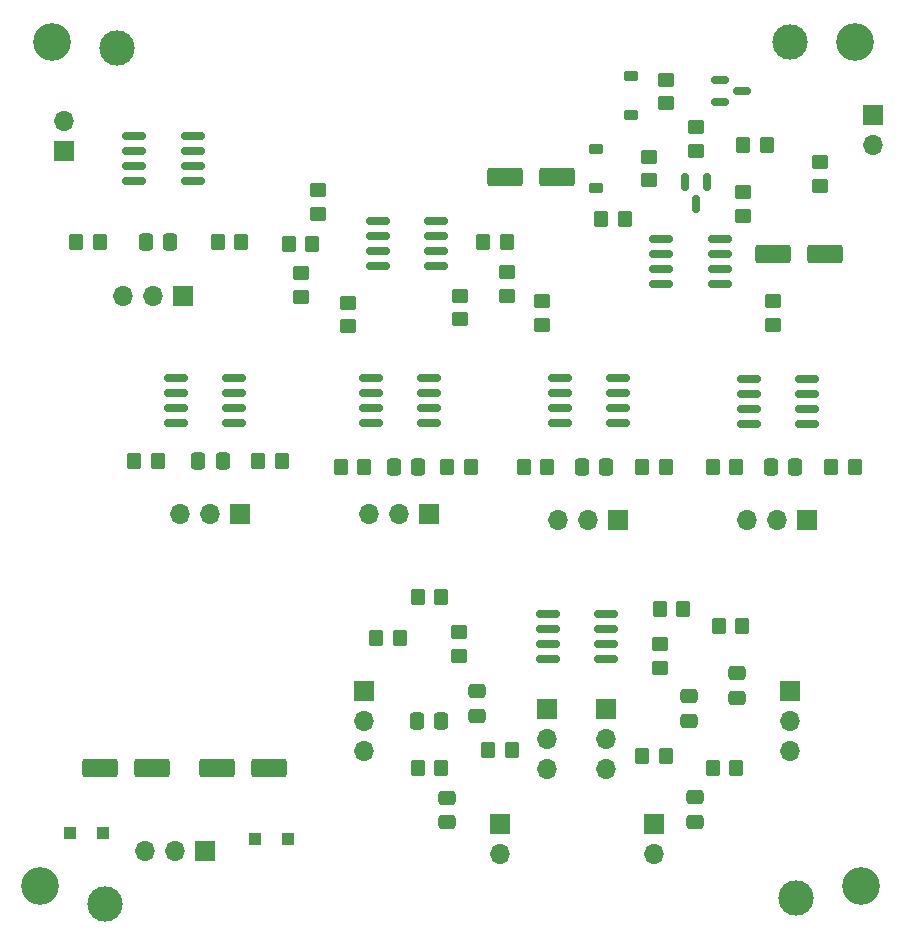
<source format=gbr>
%TF.GenerationSoftware,KiCad,Pcbnew,8.0.5*%
%TF.CreationDate,2024-11-26T13:04:48+01:00*%
%TF.ProjectId,mesa_mezclas,6d657361-5f6d-4657-9a63-6c61732e6b69,rev?*%
%TF.SameCoordinates,Original*%
%TF.FileFunction,Soldermask,Top*%
%TF.FilePolarity,Negative*%
%FSLAX46Y46*%
G04 Gerber Fmt 4.6, Leading zero omitted, Abs format (unit mm)*
G04 Created by KiCad (PCBNEW 8.0.5) date 2024-11-26 13:04:48*
%MOMM*%
%LPD*%
G01*
G04 APERTURE LIST*
G04 Aperture macros list*
%AMRoundRect*
0 Rectangle with rounded corners*
0 $1 Rounding radius*
0 $2 $3 $4 $5 $6 $7 $8 $9 X,Y pos of 4 corners*
0 Add a 4 corners polygon primitive as box body*
4,1,4,$2,$3,$4,$5,$6,$7,$8,$9,$2,$3,0*
0 Add four circle primitives for the rounded corners*
1,1,$1+$1,$2,$3*
1,1,$1+$1,$4,$5*
1,1,$1+$1,$6,$7*
1,1,$1+$1,$8,$9*
0 Add four rect primitives between the rounded corners*
20,1,$1+$1,$2,$3,$4,$5,0*
20,1,$1+$1,$4,$5,$6,$7,0*
20,1,$1+$1,$6,$7,$8,$9,0*
20,1,$1+$1,$8,$9,$2,$3,0*%
G04 Aperture macros list end*
%ADD10RoundRect,0.250000X-1.250000X-0.550000X1.250000X-0.550000X1.250000X0.550000X-1.250000X0.550000X0*%
%ADD11RoundRect,0.250000X1.250000X0.550000X-1.250000X0.550000X-1.250000X-0.550000X1.250000X-0.550000X0*%
%ADD12RoundRect,0.250000X-0.350000X-0.450000X0.350000X-0.450000X0.350000X0.450000X-0.350000X0.450000X0*%
%ADD13RoundRect,0.250000X0.450000X-0.350000X0.450000X0.350000X-0.450000X0.350000X-0.450000X-0.350000X0*%
%ADD14R,1.700000X1.700000*%
%ADD15O,1.700000X1.700000*%
%ADD16RoundRect,0.225000X-0.375000X0.225000X-0.375000X-0.225000X0.375000X-0.225000X0.375000X0.225000X0*%
%ADD17RoundRect,0.250000X0.350000X0.450000X-0.350000X0.450000X-0.350000X-0.450000X0.350000X-0.450000X0*%
%ADD18C,3.000000*%
%ADD19C,3.200000*%
%ADD20RoundRect,0.250000X0.475000X-0.337500X0.475000X0.337500X-0.475000X0.337500X-0.475000X-0.337500X0*%
%ADD21RoundRect,0.150000X-0.825000X-0.150000X0.825000X-0.150000X0.825000X0.150000X-0.825000X0.150000X0*%
%ADD22RoundRect,0.150000X-0.587500X-0.150000X0.587500X-0.150000X0.587500X0.150000X-0.587500X0.150000X0*%
%ADD23RoundRect,0.250000X-0.450000X0.350000X-0.450000X-0.350000X0.450000X-0.350000X0.450000X0.350000X0*%
%ADD24RoundRect,0.250000X-0.337500X-0.475000X0.337500X-0.475000X0.337500X0.475000X-0.337500X0.475000X0*%
%ADD25RoundRect,0.250000X-0.300000X-0.300000X0.300000X-0.300000X0.300000X0.300000X-0.300000X0.300000X0*%
%ADD26RoundRect,0.150000X-0.150000X0.587500X-0.150000X-0.587500X0.150000X-0.587500X0.150000X0.587500X0*%
%ADD27RoundRect,0.250000X0.300000X0.300000X-0.300000X0.300000X-0.300000X-0.300000X0.300000X-0.300000X0*%
G04 APERTURE END LIST*
D10*
%TO.C,C12*%
X152000000Y-113500000D03*
X156400000Y-113500000D03*
%TD*%
D11*
%TO.C,C11*%
X129300000Y-107000000D03*
X133700000Y-107000000D03*
%TD*%
D12*
%TO.C,R19*%
X130925000Y-131500000D03*
X132925000Y-131500000D03*
%TD*%
D13*
%TO.C,R26*%
X129500000Y-117000000D03*
X129500000Y-115000000D03*
%TD*%
%TO.C,R3*%
X125425000Y-147500000D03*
X125425000Y-145500000D03*
%TD*%
D14*
%TO.C,J5*%
X141925000Y-161725000D03*
D15*
X141925000Y-164265000D03*
%TD*%
D16*
%TO.C,D1*%
X137000000Y-104580000D03*
X137000000Y-107880000D03*
%TD*%
D17*
%TO.C,R16*%
X113025000Y-112595000D03*
X111025000Y-112595000D03*
%TD*%
%TO.C,R5*%
X123925000Y-142500000D03*
X121925000Y-142500000D03*
%TD*%
D13*
%TO.C,R23*%
X132500000Y-119500000D03*
X132500000Y-117500000D03*
%TD*%
D18*
%TO.C,REF\u002A\u002A*%
X96500000Y-96000000D03*
%TD*%
D14*
%TO.C,RV5*%
X106925000Y-135500000D03*
D15*
X104385000Y-135500000D03*
X101845000Y-135500000D03*
%TD*%
D19*
%TO.C,REF\u002A\u002A*%
X159000000Y-95500000D03*
%TD*%
D20*
%TO.C,C2*%
X126925000Y-152575000D03*
X126925000Y-150500000D03*
%TD*%
D12*
%TO.C,R24*%
X127500000Y-112500000D03*
X129500000Y-112500000D03*
%TD*%
D13*
%TO.C,R8*%
X142425000Y-148500000D03*
X142425000Y-146500000D03*
%TD*%
D14*
%TO.C,J8*%
X103925000Y-164000000D03*
D15*
X101385000Y-164000000D03*
X98845000Y-164000000D03*
%TD*%
D14*
%TO.C,J3*%
X160500000Y-101725000D03*
D15*
X160500000Y-104265000D03*
%TD*%
D21*
%TO.C,U8*%
X133950000Y-124000000D03*
X133950000Y-125270000D03*
X133950000Y-126540000D03*
X133950000Y-127810000D03*
X138900000Y-127810000D03*
X138900000Y-126540000D03*
X138900000Y-125270000D03*
X138900000Y-124000000D03*
%TD*%
D13*
%TO.C,R32*%
X141500000Y-107230000D03*
X141500000Y-105230000D03*
%TD*%
D21*
%TO.C,U9*%
X149950000Y-124095000D03*
X149950000Y-125365000D03*
X149950000Y-126635000D03*
X149950000Y-127905000D03*
X154900000Y-127905000D03*
X154900000Y-126635000D03*
X154900000Y-125365000D03*
X154900000Y-124095000D03*
%TD*%
D14*
%TO.C,RV7*%
X138925000Y-136000000D03*
D15*
X136385000Y-136000000D03*
X133845000Y-136000000D03*
%TD*%
D12*
%TO.C,R13*%
X115425000Y-131500000D03*
X117425000Y-131500000D03*
%TD*%
D21*
%TO.C,U4*%
X117975000Y-123960000D03*
X117975000Y-125230000D03*
X117975000Y-126500000D03*
X117975000Y-127770000D03*
X122925000Y-127770000D03*
X122925000Y-126500000D03*
X122925000Y-125230000D03*
X122925000Y-123960000D03*
%TD*%
D22*
%TO.C,Q1*%
X147500000Y-98730000D03*
X147500000Y-100630000D03*
X149375000Y-99680000D03*
%TD*%
D12*
%TO.C,R7*%
X146925000Y-157000000D03*
X148925000Y-157000000D03*
%TD*%
%TO.C,R20*%
X140925000Y-131500000D03*
X142925000Y-131500000D03*
%TD*%
D20*
%TO.C,C6*%
X148962500Y-151037500D03*
X148962500Y-148962500D03*
%TD*%
D21*
%TO.C,U5*%
X97962500Y-103500000D03*
X97962500Y-104770000D03*
X97962500Y-106040000D03*
X97962500Y-107310000D03*
X102912500Y-107310000D03*
X102912500Y-106040000D03*
X102912500Y-104770000D03*
X102912500Y-103500000D03*
%TD*%
D14*
%TO.C,RV2*%
X117425000Y-150460000D03*
D15*
X117425000Y-153000000D03*
X117425000Y-155540000D03*
%TD*%
D14*
%TO.C,RV1*%
X132925000Y-152000000D03*
D15*
X132925000Y-154540000D03*
X132925000Y-157080000D03*
%TD*%
D14*
%TO.C,J2*%
X128925000Y-161725000D03*
D15*
X128925000Y-164265000D03*
%TD*%
D19*
%TO.C,REF\u002A\u002A*%
X91000000Y-95500000D03*
%TD*%
D18*
%TO.C,REF\u002A\u002A*%
X154000000Y-168000000D03*
%TD*%
D13*
%TO.C,R30*%
X149500000Y-110230000D03*
X149500000Y-108230000D03*
%TD*%
D18*
%TO.C,REF\u002A\u002A*%
X95500000Y-168500000D03*
%TD*%
D17*
%TO.C,R6*%
X142925000Y-156000000D03*
X140925000Y-156000000D03*
%TD*%
D19*
%TO.C,REF\u002A\u002A*%
X159500000Y-167000000D03*
%TD*%
D23*
%TO.C,R17*%
X112025000Y-115095000D03*
X112025000Y-117095000D03*
%TD*%
D20*
%TO.C,C4*%
X145425000Y-161537500D03*
X145425000Y-159462500D03*
%TD*%
D21*
%TO.C,U3*%
X101475000Y-123960000D03*
X101475000Y-125230000D03*
X101475000Y-126500000D03*
X101475000Y-127770000D03*
X106425000Y-127770000D03*
X106425000Y-126500000D03*
X106425000Y-125230000D03*
X106425000Y-123960000D03*
%TD*%
%TO.C,U1*%
X142550000Y-112230000D03*
X142550000Y-113500000D03*
X142550000Y-114770000D03*
X142550000Y-116040000D03*
X147500000Y-116040000D03*
X147500000Y-114770000D03*
X147500000Y-113500000D03*
X147500000Y-112230000D03*
%TD*%
D13*
%TO.C,R15*%
X116025000Y-119595000D03*
X116025000Y-117595000D03*
%TD*%
D12*
%TO.C,R22*%
X156925000Y-131500000D03*
X158925000Y-131500000D03*
%TD*%
D14*
%TO.C,RV8*%
X154925000Y-136000000D03*
D15*
X152385000Y-136000000D03*
X149845000Y-136000000D03*
%TD*%
D23*
%TO.C,R25*%
X125500000Y-117000000D03*
X125500000Y-119000000D03*
%TD*%
D13*
%TO.C,R27*%
X145500000Y-104730000D03*
X145500000Y-102730000D03*
%TD*%
D21*
%TO.C,U2*%
X132975000Y-143960000D03*
X132975000Y-145230000D03*
X132975000Y-146500000D03*
X132975000Y-147770000D03*
X137925000Y-147770000D03*
X137925000Y-146500000D03*
X137925000Y-145230000D03*
X137925000Y-143960000D03*
%TD*%
D19*
%TO.C,REF\u002A\u002A*%
X90000000Y-167000000D03*
%TD*%
D12*
%TO.C,R33*%
X149500000Y-104230000D03*
X151500000Y-104230000D03*
%TD*%
D20*
%TO.C,C5*%
X144925000Y-153000000D03*
X144925000Y-150925000D03*
%TD*%
D12*
%TO.C,R14*%
X124425000Y-131500000D03*
X126425000Y-131500000D03*
%TD*%
D24*
%TO.C,C10*%
X151850000Y-131500000D03*
X153925000Y-131500000D03*
%TD*%
D20*
%TO.C,C1*%
X124425000Y-161575000D03*
X124425000Y-159500000D03*
%TD*%
D12*
%TO.C,R12*%
X108425000Y-131000000D03*
X110425000Y-131000000D03*
%TD*%
D14*
%TO.C,RV9*%
X102040000Y-117000000D03*
D15*
X99500000Y-117000000D03*
X96960000Y-117000000D03*
%TD*%
D25*
%TO.C,U13*%
X108125000Y-163000000D03*
X110925000Y-163000000D03*
%TD*%
D14*
%TO.C,RV6*%
X122925000Y-135500000D03*
D15*
X120385000Y-135500000D03*
X117845000Y-135500000D03*
%TD*%
D23*
%TO.C,R29*%
X156000000Y-105730000D03*
X156000000Y-107730000D03*
%TD*%
D18*
%TO.C,REF\u002A\u002A*%
X153500000Y-95500000D03*
%TD*%
D14*
%TO.C,J1*%
X92000000Y-104775000D03*
D15*
X92000000Y-102235000D03*
%TD*%
D26*
%TO.C,Q2*%
X146450000Y-107355000D03*
X144550000Y-107355000D03*
X145500000Y-109230000D03*
%TD*%
D23*
%TO.C,R31*%
X143000000Y-98730000D03*
X143000000Y-100730000D03*
%TD*%
D14*
%TO.C,RV4*%
X153425000Y-150460000D03*
D15*
X153425000Y-153000000D03*
X153425000Y-155540000D03*
%TD*%
D12*
%TO.C,R9*%
X142425000Y-143500000D03*
X144425000Y-143500000D03*
%TD*%
D24*
%TO.C,C9*%
X135850000Y-131500000D03*
X137925000Y-131500000D03*
%TD*%
%TO.C,C8*%
X119925000Y-131500000D03*
X122000000Y-131500000D03*
%TD*%
%TO.C,C7*%
X103350000Y-131000000D03*
X105425000Y-131000000D03*
%TD*%
D13*
%TO.C,R18*%
X113525000Y-110095000D03*
X113525000Y-108095000D03*
%TD*%
D24*
%TO.C,C3*%
X121850000Y-153000000D03*
X123925000Y-153000000D03*
%TD*%
D14*
%TO.C,RV3*%
X137925000Y-152000000D03*
D15*
X137925000Y-154540000D03*
X137925000Y-157080000D03*
%TD*%
D12*
%TO.C,R35*%
X93000000Y-112500000D03*
X95000000Y-112500000D03*
%TD*%
D16*
%TO.C,D2*%
X140000000Y-98430000D03*
X140000000Y-101730000D03*
%TD*%
D12*
%TO.C,R36*%
X105000000Y-112500000D03*
X107000000Y-112500000D03*
%TD*%
D17*
%TO.C,R10*%
X149425000Y-145000000D03*
X147425000Y-145000000D03*
%TD*%
D12*
%TO.C,R1*%
X127925000Y-155500000D03*
X129925000Y-155500000D03*
%TD*%
%TO.C,R11*%
X97925000Y-131000000D03*
X99925000Y-131000000D03*
%TD*%
%TO.C,R4*%
X118425000Y-146000000D03*
X120425000Y-146000000D03*
%TD*%
D27*
%TO.C,U12*%
X95325000Y-162500000D03*
X92525000Y-162500000D03*
%TD*%
D24*
%TO.C,C13*%
X98925000Y-112500000D03*
X101000000Y-112500000D03*
%TD*%
D12*
%TO.C,R21*%
X146925000Y-131500000D03*
X148925000Y-131500000D03*
%TD*%
D10*
%TO.C,C29*%
X95025000Y-157000000D03*
X99425000Y-157000000D03*
%TD*%
%TO.C,C30*%
X104925000Y-157000000D03*
X109325000Y-157000000D03*
%TD*%
D12*
%TO.C,R28*%
X137500000Y-110500000D03*
X139500000Y-110500000D03*
%TD*%
D17*
%TO.C,R2*%
X123925000Y-157000000D03*
X121925000Y-157000000D03*
%TD*%
D21*
%TO.C,U7*%
X118550000Y-110690000D03*
X118550000Y-111960000D03*
X118550000Y-113230000D03*
X118550000Y-114500000D03*
X123500000Y-114500000D03*
X123500000Y-113230000D03*
X123500000Y-111960000D03*
X123500000Y-110690000D03*
%TD*%
D23*
%TO.C,R34*%
X152000000Y-117500000D03*
X152000000Y-119500000D03*
%TD*%
M02*

</source>
